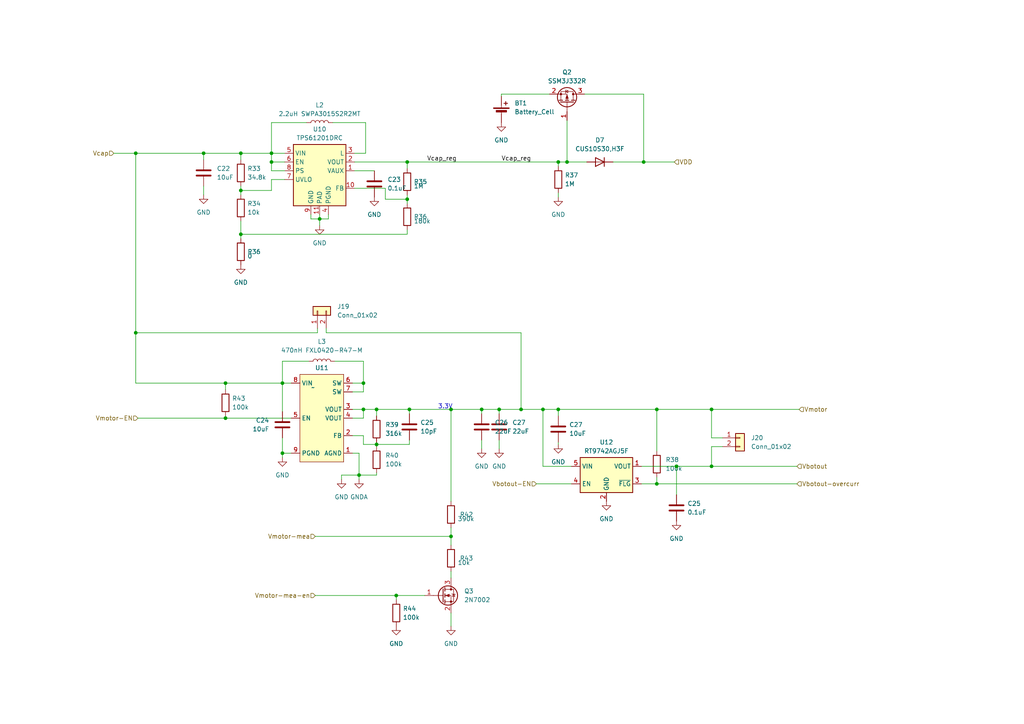
<source format=kicad_sch>
(kicad_sch (version 20230121) (generator eeschema)
  (paper "A4")
  (lib_symbols
    (symbol "Connector_Generic:Conn_01x02" (pin_names (offset 1.016) hide)
      (property "Reference" "J" (at 0 2.54 0))
      (property "Value" "Conn_01x02" (at 0 -5.08 0))
      (symbol "Conn_01x02_1_1"
        (rectangle (start -1.27 -2.413) (end 0 -2.667) (stroke (width 0.1524)))
        (rectangle (start -1.27 0.127) (end 0 -0.127) (stroke (width 0.1524)))
        (rectangle (start -1.27 1.27) (end 1.27 -3.81) (stroke (width 0.254)) (fill (type background)))
        (pin passive line (at -5.08 0 0) (length 3.81) (name "Pin_1") (number "1"))
        (pin passive line (at -5.08 -2.54 0) (length 3.81) (name "Pin_2") (number "2"))
      )
    )
    (symbol "Device:Battery_Cell" (pin_numbers hide) (pin_names (offset 0) hide)
      (property "Reference" "BT" (at 2.54 2.54 0))
      (property "Value" "Battery_Cell" (at 2.54 0 0))
      (symbol "Battery_Cell_0_1"
        (rectangle (start -2.286 1.778) (end 2.286 1.524) (fill (type outline)))
        (rectangle (start -1.524 1.016) (end 1.524 0.508) (fill (type outline)))
        (polyline (pts (xy 0 0.762) (xy 0 0)))
        (polyline (pts (xy 0 1.778) (xy 0 2.54)))
        (polyline (pts (xy 0.762 3.048) (xy 1.778 3.048)) (stroke (width 0.254)))
        (polyline (pts (xy 1.27 3.556) (xy 1.27 2.54)) (stroke (width 0.254)))
      )
      (symbol "Battery_Cell_1_1"
        (pin passive line (at 0 5.08 270) (length 2.54) (name "+") (number "1"))
        (pin passive line (at 0 -2.54 90) (length 2.54) (name "-") (number "2"))
      )
    )
    (symbol "Device:C" (pin_numbers hide) (pin_names (offset 0.254))
      (property "Reference" "C" (at 0.635 2.54 0))
      (property "Value" "C" (at 0.635 -2.54 0))
      (symbol "C_0_1"
        (polyline (pts (xy -2.032 -0.762) (xy 2.032 -0.762)) (stroke (width 0.508)))
        (polyline (pts (xy -2.032 0.762) (xy 2.032 0.762)) (stroke (width 0.508)))
      )
      (symbol "C_1_1"
        (pin passive line (at 0 3.81 270) (length 2.794) (name "~") (number "1"))
        (pin passive line (at 0 -3.81 90) (length 2.794) (name "~") (number "2"))
      )
    )
    (symbol "Device:L" (pin_numbers hide) (pin_names (offset 1.016) hide)
      (property "Reference" "L" (at -1.27 0 90))
      (property "Value" "L" (at 1.905 0 90))
      (symbol "L_0_1"
        (arc (start 0 -2.54) (mid 0.6323 -1.905) (end 0 -1.27))
        (arc (start 0 -1.27) (mid 0.6323 -0.635) (end 0 0))
        (arc (start 0 0) (mid 0.6323 0.635) (end 0 1.27))
        (arc (start 0 1.27) (mid 0.6323 1.905) (end 0 2.54))
      )
      (symbol "L_1_1"
        (pin passive line (at 0 3.81 270) (length 1.27) (name "1") (number "1"))
        (pin passive line (at 0 -3.81 90) (length 1.27) (name "2") (number "2"))
      )
    )
    (symbol "Device:R" (pin_numbers hide) (pin_names (offset 0))
      (property "Reference" "R" (at 2.032 0 90))
      (property "Value" "R" (at 0 0 90))
      (symbol "R_0_1"
        (rectangle (start -1.016 -2.54) (end 1.016 2.54) (stroke (width 0.254)))
      )
      (symbol "R_1_1"
        (pin passive line (at 0 3.81 270) (length 1.27) (name "~") (number "1"))
        (pin passive line (at 0 -3.81 90) (length 1.27) (name "~") (number "2"))
      )
    )
    (symbol "Diode:1N4148WS" (pin_numbers hide) (pin_names hide)
      (property "Reference" "D" (at 0 2.54 0))
      (property "Value" "1N4148WS" (at 0 -2.54 0))
      (symbol "1N4148WS_0_1"
        (polyline (pts (xy -1.27 1.27) (xy -1.27 -1.27)) (stroke (width 0.254)))
        (polyline (pts (xy 1.27 0) (xy -1.27 0)))
        (polyline (pts (xy 1.27 1.27) (xy 1.27 -1.27) (xy -1.27 0) (xy 1.27 1.27)) (stroke (width 0.254)))
      )
      (symbol "1N4148WS_1_1"
        (pin passive line (at -3.81 0 0) (length 2.54) (name "K") (number "1"))
        (pin passive line (at 3.81 0 180) (length 2.54) (name "A") (number "2"))
      )
    )
    (symbol "Power_Management:RT9742AGJ5F"
      (property "Reference" "U" (at 0 10.16 0))
      (property "Value" "RT9742AGJ5F" (at 0 7.62 0))
      (symbol "RT9742AGJ5F_0_1"
        (rectangle (start -7.62 5.08) (end 7.62 -5.08) (stroke (width 0.254)) (fill (type background)))
      )
      (symbol "RT9742AGJ5F_1_1"
        (pin power_out line (at 10.16 2.54 180) (length 2.54) (name "VOUT") (number "1"))
        (pin power_in line (at 0 -7.62 90) (length 2.54) (name "GND") (number "2"))
        (pin open_collector line (at 10.16 -2.54 180) (length 2.54) (name "~{FLG}") (number "3"))
        (pin input line (at -10.16 -2.54 0) (length 2.54) (name "EN") (number "4"))
        (pin power_in line (at -10.16 2.54 0) (length 2.54) (name "VIN") (number "5"))
      )
    )
    (symbol "Regulator_Switching:TPS61201DRC"
      (property "Reference" "U" (at -10.16 8.89 0))
      (property "Value" "TPS61201DRC" (at -2.54 8.89 0))
      (symbol "TPS61201DRC_0_1"
        (rectangle (start -7.62 7.62) (end 7.62 -10.16) (stroke (width 0.254)) (fill (type background)))
      )
      (symbol "TPS61201DRC_1_1"
        (pin bidirectional line (at 10.16 0 180) (length 2.54) (name "VAUX") (number "1"))
        (pin input line (at 10.16 -5.08 180) (length 2.54) (name "FB") (number "10"))
        (pin power_in line (at 0 -12.7 90) (length 2.54) (name "PAD") (number "11"))
        (pin power_out line (at 10.16 2.54 180) (length 2.54) (name "VOUT") (number "2"))
        (pin input line (at 10.16 5.08 180) (length 2.54) (name "L") (number "3"))
        (pin power_in line (at 2.54 -12.7 90) (length 2.54) (name "PGND") (number "4"))
        (pin power_in line (at -10.16 5.08 0) (length 2.54) (name "VIN") (number "5"))
        (pin input line (at -10.16 2.54 0) (length 2.54) (name "EN") (number "6"))
        (pin input line (at -10.16 -2.54 0) (length 2.54) (name "UVLO") (number "7"))
        (pin input line (at -10.16 0 0) (length 2.54) (name "PS") (number "8"))
        (pin power_in line (at -2.54 -12.7 90) (length 2.54) (name "GND") (number "9"))
      )
    )
    (symbol "Transistor_FET:2N7002" (pin_names hide)
      (property "Reference" "Q" (at 5.08 1.905 0))
      (property "Value" "2N7002" (at 5.08 0 0))
      (symbol "2N7002_0_1"
        (polyline (pts (xy 0.254 0) (xy -2.54 0)))
        (polyline (pts (xy 0.254 1.905) (xy 0.254 -1.905)) (stroke (width 0.254)))
        (polyline (pts (xy 0.762 -1.27) (xy 0.762 -2.286)) (stroke (width 0.254)))
        (polyline (pts (xy 0.762 0.508) (xy 0.762 -0.508)) (stroke (width 0.254)))
        (polyline (pts (xy 0.762 2.286) (xy 0.762 1.27)) (stroke (width 0.254)))
        (polyline (pts (xy 2.54 2.54) (xy 2.54 1.778)))
        (polyline (pts (xy 2.54 -2.54) (xy 2.54 0) (xy 0.762 0)))
        (polyline (pts (xy 0.762 -1.778) (xy 3.302 -1.778) (xy 3.302 1.778) (xy 0.762 1.778)))
        (polyline (pts (xy 1.016 0) (xy 2.032 0.381) (xy 2.032 -0.381) (xy 1.016 0)) (fill (type outline)))
        (polyline (pts (xy 2.794 0.508) (xy 2.921 0.381) (xy 3.683 0.381) (xy 3.81 0.254)))
        (polyline (pts (xy 3.302 0.381) (xy 2.921 -0.254) (xy 3.683 -0.254) (xy 3.302 0.381)))
        (circle (center 1.651 0) (radius 2.794) (stroke (width 0.254)))
        (circle (center 2.54 -1.778) (radius 0.254) (fill (type outline)))
        (circle (center 2.54 1.778) (radius 0.254) (fill (type outline)))
      )
      (symbol "2N7002_1_1"
        (pin input line (at -5.08 0 0) (length 2.54) (name "G") (number "1"))
        (pin passive line (at 2.54 -5.08 90) (length 2.54) (name "S") (number "2"))
        (pin passive line (at 2.54 5.08 270) (length 2.54) (name "D") (number "3"))
      )
    )
    (symbol "Transistor_FET:FDN340P" (pin_names hide)
      (property "Reference" "Q" (at 5.08 1.905 0))
      (property "Value" "FDN340P" (at 5.08 0 0))
      (symbol "FDN340P_0_1"
        (polyline (pts (xy 0.254 0) (xy -2.54 0)))
        (polyline (pts (xy 0.254 1.905) (xy 0.254 -1.905)) (stroke (width 0.254)))
        (polyline (pts (xy 0.762 -1.27) (xy 0.762 -2.286)) (stroke (width 0.254)))
        (polyline (pts (xy 0.762 0.508) (xy 0.762 -0.508)) (stroke (width 0.254)))
        (polyline (pts (xy 0.762 2.286) (xy 0.762 1.27)) (stroke (width 0.254)))
        (polyline (pts (xy 2.54 2.54) (xy 2.54 1.778)))
        (polyline (pts (xy 2.54 -2.54) (xy 2.54 0) (xy 0.762 0)))
        (polyline (pts (xy 0.762 1.778) (xy 3.302 1.778) (xy 3.302 -1.778) (xy 0.762 -1.778)))
        (polyline (pts (xy 2.286 0) (xy 1.27 0.381) (xy 1.27 -0.381) (xy 2.286 0)) (fill (type outline)))
        (polyline (pts (xy 2.794 -0.508) (xy 2.921 -0.381) (xy 3.683 -0.381) (xy 3.81 -0.254)))
        (polyline (pts (xy 3.302 -0.381) (xy 2.921 0.254) (xy 3.683 0.254) (xy 3.302 -0.381)))
        (circle (center 1.651 0) (radius 2.794) (stroke (width 0.254)))
        (circle (center 2.54 -1.778) (radius 0.254) (fill (type outline)))
        (circle (center 2.54 1.778) (radius 0.254) (fill (type outline)))
      )
      (symbol "FDN340P_1_1"
        (pin input line (at -5.08 0 0) (length 2.54) (name "G") (number "1"))
        (pin passive line (at 2.54 -5.08 90) (length 2.54) (name "S") (number "2"))
        (pin passive line (at 2.54 5.08 270) (length 2.54) (name "D") (number "3"))
      )
    )
    (symbol "boost-TPS61021A_1"
      (property "Reference" "U" (at 0 13.97 0))
      (symbol "boost-TPS61021A_1_1_1"
        (rectangle (start -6.35 12.7) (end 6.35 -12.7) (fill (type background)))
        (pin input line (at 8.89 -10.16 180) (length 2.54) (name "AGND") (number "1"))
        (pin input line (at 8.89 -5.08 180) (length 2.54) (name "FB") (number "2"))
        (pin power_out line (at 8.89 2.54 180) (length 2.54) (name "VOUT") (number "3"))
        (pin power_out line (at 8.89 0 180) (length 2.54) (name "VOUT") (number "4"))
        (pin input line (at -8.89 0 0) (length 2.54) (name "EN") (number "5"))
        (pin power_out line (at 8.89 10.16 180) (length 2.54) (name "SW") (number "6"))
        (pin power_out line (at 8.89 7.62 180) (length 2.54) (name "SW") (number "7"))
        (pin power_in line (at -8.89 10.16 0) (length 2.54) (name "VIN") (number "8"))
        (pin power_in line (at -8.89 -10.16 0) (length 2.54) (name "PGND") (number "9"))
      )
    )
    (symbol "power:GND" (power) (pin_names (offset 0))
      (property "Value" "GND" (at 0 -3.81 0))
      (symbol "GND_0_1"
        (polyline (pts (xy 0 0) (xy 0 -1.27) (xy 1.27 -1.27) (xy 0 -2.54) (xy -1.27 -1.27) (xy 0 -1.27)))
      )
      (symbol "GND_1_1"
        (pin power_in line (at 0 0 270) (length 0) hide (name "GND") (number "1"))
      )
    )
    (symbol "power:GNDA" (power) (pin_names (offset 0))
      (property "Value" "GNDA" (at 0 -3.81 0))
      (symbol "GNDA_0_1"
        (polyline (pts (xy 0 0) (xy 0 -1.27) (xy 1.27 -1.27) (xy 0 -2.54) (xy -1.27 -1.27) (xy 0 -1.27)))
      )
      (symbol "GNDA_1_1"
        (pin power_in line (at 0 0 270) (length 0) hide (name "GNDA") (number "1"))
      )
    )
  )
  (junction (at 118.11 57.785))
  (junction (at 109.22 118.745))
  (junction (at 105.41 118.745))
  (junction (at 65.405 121.285))
  (junction (at 39.37 96.52))
  (junction (at 206.375 135.255))
  (junction (at 104.14 137.795))
  (junction (at 157.48 118.745))
  (junction (at 81.915 131.445))
  (junction (at 118.11 46.99))
  (junction (at 161.925 118.745))
  (junction (at 151.13 118.745))
  (junction (at 190.5 140.335))
  (junction (at 144.78 118.745))
  (junction (at 105.41 111.125))
  (junction (at 65.405 111.125))
  (junction (at 206.375 118.745))
  (junction (at 186.69 46.99))
  (junction (at 59.055 44.45))
  (junction (at 130.81 155.575))
  (junction (at 69.85 55.245))
  (junction (at 81.915 111.125))
  (junction (at 69.85 44.45))
  (junction (at 139.7 118.745))
  (junction (at 109.22 128.905))
  (junction (at 196.215 135.255))
  (junction (at 118.745 118.745))
  (junction (at 78.74 44.45))
  (junction (at 78.74 46.99))
  (junction (at 114.935 172.72))
  (junction (at 130.81 118.745))
  (junction (at 92.71 63.5))
  (junction (at 161.925 46.99))
  (junction (at 69.85 67.945))
  (junction (at 164.465 46.99))
  (junction (at 39.37 44.45))
  (junction (at 190.5 118.745))
  (wire (pts (xy 78.74 49.53) (xy 78.74 46.99)))
  (wire (pts (xy 81.915 104.775) (xy 81.915 111.125)))
  (wire (pts (xy 130.81 118.745) (xy 139.7 118.745)))
  (wire (pts (xy 99.06 137.795) (xy 104.14 137.795)))
  (wire (pts (xy 69.85 67.945) (xy 69.85 69.215)))
  (wire (pts (xy 94.615 95.25) (xy 94.615 96.52)))
  (wire (pts (xy 144.78 130.175) (xy 144.78 127.635)))
  (wire (pts (xy 92.71 63.5) (xy 92.71 65.405)))
  (wire (pts (xy 177.8 46.99) (xy 186.69 46.99)))
  (wire (pts (xy 109.22 128.905) (xy 109.22 129.54)))
  (wire (pts (xy 206.375 135.255) (xy 231.14 135.255)))
  (wire (pts (xy 186.69 27.305) (xy 186.69 46.99)))
  (wire (pts (xy 118.11 46.99) (xy 161.925 46.99)))
  (wire (pts (xy 118.11 57.785) (xy 118.11 59.055)))
  (wire (pts (xy 118.11 46.99) (xy 118.11 48.895)))
  (wire (pts (xy 151.13 96.52) (xy 151.13 118.745)))
  (wire (pts (xy 105.41 126.365) (xy 105.41 128.905)))
  (wire (pts (xy 209.55 127) (xy 206.375 127)))
  (wire (pts (xy 82.55 46.99) (xy 78.74 46.99)))
  (wire (pts (xy 96.52 35.56) (xy 106.045 35.56)))
  (wire (pts (xy 105.41 121.285) (xy 105.41 118.745)))
  (wire (pts (xy 111.76 54.61) (xy 111.76 57.785)))
  (wire (pts (xy 102.87 46.99) (xy 118.11 46.99)))
  (wire (pts (xy 105.41 111.125) (xy 105.41 104.775)))
  (wire (pts (xy 102.235 131.445) (xy 104.14 131.445)))
  (wire (pts (xy 65.405 111.125) (xy 65.405 113.03)))
  (wire (pts (xy 190.5 118.745) (xy 206.375 118.745)))
  (wire (pts (xy 106.045 44.45) (xy 102.87 44.45)))
  (wire (pts (xy 145.415 27.94) (xy 145.415 27.305)))
  (wire (pts (xy 81.915 111.125) (xy 81.915 119.38)))
  (wire (pts (xy 155.575 140.335) (xy 165.735 140.335)))
  (wire (pts (xy 165.735 135.255) (xy 157.48 135.255)))
  (wire (pts (xy 102.235 121.285) (xy 105.41 121.285)))
  (wire (pts (xy 164.465 34.925) (xy 164.465 46.99)))
  (wire (pts (xy 102.87 54.61) (xy 111.76 54.61)))
  (wire (pts (xy 206.375 118.745) (xy 231.775 118.745)))
  (wire (pts (xy 109.22 137.795) (xy 104.14 137.795)))
  (wire (pts (xy 65.405 111.125) (xy 81.915 111.125)))
  (wire (pts (xy 82.55 49.53) (xy 78.74 49.53)))
  (wire (pts (xy 144.78 118.745) (xy 151.13 118.745)))
  (wire (pts (xy 94.615 96.52) (xy 151.13 96.52)))
  (wire (pts (xy 102.235 111.125) (xy 105.41 111.125)))
  (wire (pts (xy 139.7 118.745) (xy 144.78 118.745)))
  (wire (pts (xy 118.745 118.745) (xy 130.81 118.745)))
  (wire (pts (xy 65.405 121.285) (xy 65.405 120.65)))
  (wire (pts (xy 78.74 55.245) (xy 69.85 55.245)))
  (wire (pts (xy 69.85 53.975) (xy 69.85 55.245)))
  (wire (pts (xy 130.81 118.745) (xy 130.81 145.415)))
  (wire (pts (xy 65.405 121.285) (xy 84.455 121.285)))
  (wire (pts (xy 114.935 172.72) (xy 114.935 173.99)))
  (wire (pts (xy 33.02 44.45) (xy 39.37 44.45)))
  (wire (pts (xy 69.85 64.135) (xy 69.85 67.945)))
  (wire (pts (xy 105.41 104.775) (xy 97.155 104.775)))
  (wire (pts (xy 114.935 172.72) (xy 123.19 172.72)))
  (wire (pts (xy 145.415 27.305) (xy 159.385 27.305)))
  (wire (pts (xy 109.22 128.905) (xy 118.745 128.905)))
  (wire (pts (xy 161.925 46.99) (xy 164.465 46.99)))
  (wire (pts (xy 109.22 128.27) (xy 109.22 128.905)))
  (wire (pts (xy 161.925 46.99) (xy 161.925 48.26)))
  (wire (pts (xy 157.48 118.745) (xy 161.925 118.745)))
  (wire (pts (xy 118.745 118.745) (xy 118.745 120.015)))
  (wire (pts (xy 104.14 137.795) (xy 104.14 139.065)))
  (wire (pts (xy 99.06 139.065) (xy 99.06 137.795)))
  (wire (pts (xy 144.78 118.745) (xy 144.78 120.015)))
  (wire (pts (xy 81.915 131.445) (xy 81.915 132.715)))
  (wire (pts (xy 81.915 127) (xy 81.915 131.445)))
  (wire (pts (xy 130.81 155.575) (xy 130.81 158.115)))
  (wire (pts (xy 69.85 67.945) (xy 118.11 67.945)))
  (wire (pts (xy 139.7 130.175) (xy 139.7 127.635)))
  (wire (pts (xy 102.235 113.665) (xy 105.41 113.665)))
  (wire (pts (xy 130.81 167.64) (xy 130.81 165.735)))
  (wire (pts (xy 209.55 129.54) (xy 206.375 129.54)))
  (wire (pts (xy 169.545 27.305) (xy 186.69 27.305)))
  (wire (pts (xy 109.22 118.745) (xy 118.745 118.745)))
  (wire (pts (xy 157.48 135.255) (xy 157.48 118.745)))
  (wire (pts (xy 81.915 111.125) (xy 84.455 111.125)))
  (wire (pts (xy 92.075 95.25) (xy 92.075 96.52)))
  (wire (pts (xy 104.14 131.445) (xy 104.14 137.795)))
  (wire (pts (xy 40.005 121.285) (xy 65.405 121.285)))
  (wire (pts (xy 39.37 44.45) (xy 39.37 96.52)))
  (wire (pts (xy 161.925 57.15) (xy 161.925 55.88)))
  (wire (pts (xy 161.925 118.745) (xy 190.5 118.745)))
  (wire (pts (xy 59.055 46.355) (xy 59.055 44.45)))
  (wire (pts (xy 130.81 153.035) (xy 130.81 155.575)))
  (wire (pts (xy 118.745 128.905) (xy 118.745 127.635)))
  (wire (pts (xy 106.045 35.56) (xy 106.045 44.45)))
  (wire (pts (xy 190.5 118.745) (xy 190.5 130.81)))
  (wire (pts (xy 82.55 52.07) (xy 78.74 52.07)))
  (wire (pts (xy 206.375 127) (xy 206.375 118.745)))
  (wire (pts (xy 105.41 113.665) (xy 105.41 111.125)))
  (wire (pts (xy 111.76 57.785) (xy 118.11 57.785)))
  (wire (pts (xy 190.5 140.335) (xy 190.5 138.43)))
  (wire (pts (xy 89.535 104.775) (xy 81.915 104.775)))
  (wire (pts (xy 186.69 46.99) (xy 195.58 46.99)))
  (wire (pts (xy 91.44 172.72) (xy 114.935 172.72)))
  (wire (pts (xy 109.22 137.795) (xy 109.22 137.16)))
  (wire (pts (xy 206.375 129.54) (xy 206.375 135.255)))
  (wire (pts (xy 105.41 128.905) (xy 109.22 128.905)))
  (wire (pts (xy 78.74 52.07) (xy 78.74 55.245)))
  (wire (pts (xy 109.22 118.745) (xy 109.22 120.65)))
  (wire (pts (xy 78.74 46.99) (xy 78.74 44.45)))
  (wire (pts (xy 90.17 62.23) (xy 90.17 63.5)))
  (wire (pts (xy 190.5 140.335) (xy 231.14 140.335)))
  (wire (pts (xy 196.215 135.255) (xy 206.375 135.255)))
  (wire (pts (xy 102.235 118.745) (xy 105.41 118.745)))
  (wire (pts (xy 161.925 118.745) (xy 161.925 120.65)))
  (wire (pts (xy 78.74 44.45) (xy 82.55 44.45)))
  (wire (pts (xy 90.17 63.5) (xy 92.71 63.5)))
  (wire (pts (xy 39.37 96.52) (xy 92.075 96.52)))
  (wire (pts (xy 59.055 44.45) (xy 69.85 44.45)))
  (wire (pts (xy 102.235 126.365) (xy 105.41 126.365)))
  (wire (pts (xy 164.465 46.99) (xy 170.18 46.99)))
  (wire (pts (xy 118.11 56.515) (xy 118.11 57.785)))
  (wire (pts (xy 39.37 44.45) (xy 59.055 44.45)))
  (wire (pts (xy 196.215 135.255) (xy 196.215 143.51)))
  (wire (pts (xy 91.44 155.575) (xy 130.81 155.575)))
  (wire (pts (xy 81.915 131.445) (xy 84.455 131.445)))
  (wire (pts (xy 130.81 181.61) (xy 130.81 177.8)))
  (wire (pts (xy 59.055 56.515) (xy 59.055 53.975)))
  (wire (pts (xy 105.41 118.745) (xy 109.22 118.745)))
  (wire (pts (xy 118.11 67.945) (xy 118.11 66.675)))
  (wire (pts (xy 69.85 44.45) (xy 78.74 44.45)))
  (wire (pts (xy 95.25 62.23) (xy 95.25 63.5)))
  (wire (pts (xy 39.37 111.125) (xy 65.405 111.125)))
  (wire (pts (xy 92.71 62.23) (xy 92.71 63.5)))
  (wire (pts (xy 78.74 35.56) (xy 78.74 44.45)))
  (wire (pts (xy 88.9 35.56) (xy 78.74 35.56)))
  (wire (pts (xy 102.87 49.53) (xy 108.585 49.53)))
  (wire (pts (xy 161.925 128.27) (xy 161.925 128.905)))
  (wire (pts (xy 69.85 55.245) (xy 69.85 56.515)))
  (wire (pts (xy 151.13 118.745) (xy 157.48 118.745)))
  (wire (pts (xy 139.7 118.745) (xy 139.7 120.015)))
  (wire (pts (xy 186.055 140.335) (xy 190.5 140.335)))
  (wire (pts (xy 69.85 44.45) (xy 69.85 46.355)))
  (wire (pts (xy 39.37 96.52) (xy 39.37 111.125)))
  (wire (pts (xy 95.25 63.5) (xy 92.71 63.5)))
  (wire (pts (xy 186.055 135.255) (xy 196.215 135.255)))
  (text "3.3V\n" (at 127 118.745 0) (effects (font (size 1.27 1.27)) (justify left bottom)))
  (label "Vcap_reg" (at 145.415 46.99 0))
  (label "Vcap_reg" (at 123.825 46.99 0))
  (hierarchical_label "Vmotor-mea-en" (shape input) (at 91.44 172.72 180))
  (hierarchical_label "Vmotor-EN" (shape input) (at 40.005 121.285 180))
  (hierarchical_label "Vbotout-EN" (shape input) (at 155.575 140.335 180))
  (hierarchical_label "VDD" (shape input) (at 195.58 46.99 0))
  (hierarchical_label "Vcap" (shape input) (at 33.02 44.45 180))
  (hierarchical_label "Vbotout-overcurr" (shape input) (at 231.14 140.335 0))
  (hierarchical_label "Vmotor" (shape input) (at 231.775 118.745 0))
  (hierarchical_label "Vbotout" (shape input) (at 231.14 135.255 0))
  (hierarchical_label "Vmotor-mea" (shape input) (at 91.44 155.575 180))
  (symbol (lib_id "power:GND") (at 139.7 130.175 0) (unit 1)
    (property "Reference" "#PWR040" (effects hide))
    (property "Value" "GND" (at 139.7 135.255 0))
    (instances (project "nullbot" (path "" (reference "#PWR040") (unit 1)) (path "" (reference "#PWR082") (unit 1)) (path "" (reference "#PWR081") (unit 1))))
  )
  (symbol (lib_id "power:GND") (at 59.055 56.515 0) (unit 1)
    (property "Reference" "#PWR040" (effects hide))
    (property "Value" "GND" (at 59.055 61.595 0))
    (instances (project "nullbot" (path "" (reference "#PWR040") (unit 1)) (path "" (reference "#PWR066") (unit 1)) (path "" (reference "#PWR040") (unit 1))))
  )
  (symbol (lib_id "Device:C") (at 118.745 123.825 180) (unit 1)
    (property "Reference" "C25" (at 121.92 122.555 0) (effects (justify right)))
    (property "Value" "10pF" (at 121.92 125.095 0) (effects (justify right)))
    (property "Footprint" "Capacitor_SMD:C_0603_1608Metric" (effects hide))
  )
  (symbol (lib_id "Connector_Generic:Conn_01x02") (at 214.63 127 0) (unit 1)
    (property "Reference" "J20" (at 217.805 127 0) (effects (justify left)))
    (property "Value" "Conn_01x02" (at 217.805 129.54 0) (effects (justify left)))
    (property "Footprint" "Connector_PinHeader_2.54mm:PinHeader_1x02_P2.54mm_Vertical" (effects hide))
  )
  (symbol (lib_id "Device:L") (at 92.71 35.56 90) (unit 1)
    (property "Reference" "L2" (at 92.71 30.48 90))
    (property "Value" "2.2uH SWPA3015S2R2MT" (at 92.71 33.02 90))
    (property "Footprint" "Inductor_SMD:L_Abracon_ASPI-3012S" (effects hide))
    (property "Datasheet" "SWPA3015S2R2MT" (effects hide))
  )
  (symbol (lib_id "power:GND") (at 130.81 181.61 0) (unit 1)
    (property "Reference" "#PWR040" (effects hide))
    (property "Value" "GND" (at 130.81 186.69 0))
    (instances (project "nullbot" (path "" (reference "#PWR040") (unit 1)) (path "" (reference "#PWR084") (unit 1)) (path "" (reference "#PWR099") (unit 1))))
  )
  (symbol (lib_id "Device:C") (at 81.915 123.19 0) (mirror y) (unit 1)
    (property "Reference" "C24" (at 78.105 121.92 0) (effects (justify left)))
    (property "Value" "10uF" (at 78.105 124.46 0) (effects (justify left)))
    (property "Footprint" "Capacitor_SMD:C_0805_2012Metric" (effects hide))
  )
  (symbol (lib_id "Device:C") (at 161.925 124.46 0) (unit 1)
    (property "Reference" "C27" (at 165.1 123.19 0) (effects (justify left)))
    (property "Value" "10uF" (at 165.1 125.73 0) (effects (justify left)))
    (property "Footprint" "Capacitor_SMD:C_0805_2012Metric" (effects hide))
    (instances (project "nullbot" (path "" (reference "C27") (unit 1)) (path "" (reference "C30") (unit 1))))
  )
  (symbol (lib_id "power:GND") (at 161.925 128.905 0) (unit 1)
    (property "Reference" "#PWR040" (effects hide))
    (property "Value" "GND" (at 161.925 133.985 0))
    (instances (project "nullbot" (path "" (reference "#PWR040") (unit 1)) (path "" (reference "#PWR083") (unit 1)) (path "" (reference "#PWR0108") (unit 1))))
  )
  (symbol (lib_id "Device:C") (at 108.585 53.34 180) (unit 1)
    (property "Reference" "C23" (at 112.395 52.07 0) (effects (justify right)))
    (property "Value" "0.1uF" (at 112.395 54.61 0) (effects (justify right)))
    (property "Footprint" "Capacitor_SMD:C_0603_1608Metric" (effects hide))
  )
  (symbol (lib_id "Transistor_FET:FDN340P") (at 164.465 29.845 270) (mirror x) (unit 1)
    (property "Reference" "Q2" (at 164.465 20.955 90))
    (property "Value" "SSM3J332R" (at 164.465 23.495 90))
    (property "Footprint" "Package_TO_SOT_SMD:SOT-23" (effects hide))
    (property "Datasheet" "https://www.onsemi.com/pub/Collateral/FDN340P-D.PDF" (effects hide))
  )
  (symbol (lib_id "Diode:1N4148WS") (at 173.99 46.99 180) (unit 1)
    (property "Reference" "D7" (at 173.99 40.64 0))
    (property "Value" "CUS10S30,H3F" (at 173.99 43.18 0))
    (property "Footprint" "Diode_SMD:D_SOD-323" (effects hide))
    (property "Datasheet" "https://www.vishay.com/docs/85751/1n4148ws.pdf" (effects hide))
    (property "Sim.Device" "D" (effects hide))
    (property "Sim.Pins" "1=K 2=A" (effects hide))
    (instances (project "nullbot" (path "" (reference "D7") (unit 1)) (path "" (reference "D6") (unit 1))))
  )
  (symbol (lib_id "Device:C") (at 59.055 50.165 0) (unit 1)
    (property "Reference" "C22" (at 62.865 48.895 0) (effects (justify left)))
    (property "Value" "10uF" (at 62.865 51.435 0) (effects (justify left)))
    (property "Footprint" "Capacitor_SMD:C_0805_2012Metric" (effects hide))
  )
  (symbol (lib_id "Device:C") (at 144.78 123.825 0) (unit 1)
    (property "Reference" "C27" (at 148.59 122.555 0) (effects (justify left)))
    (property "Value" "22uF" (at 148.59 125.095 0) (effects (justify left)))
    (property "Footprint" "Capacitor_SMD:C_0805_2012Metric" (effects hide))
  )
  (symbol (lib_id "Device:R") (at 118.11 52.705 0) (unit 1)
    (property "Reference" "R35" (at 120.015 52.705 0) (effects (justify left)))
    (property "Value" "1M" (at 120.015 53.975 0) (effects (justify left)))
    (property "Footprint" "Resistor_SMD:R_0603_1608Metric" (effects hide))
  )
  (symbol (lib_id "power:GND") (at 108.585 57.15 0) (unit 1)
    (property "Reference" "#PWR040" (effects hide))
    (property "Value" "GND" (at 108.585 62.23 0))
    (instances (project "nullbot" (path "" (reference "#PWR040") (unit 1)) (path "" (reference "#PWR068") (unit 1)) (path "" (reference "#PWR069") (unit 1))))
  )
  (symbol (lib_id "Device:R") (at 69.85 50.165 0) (unit 1)
    (property "Reference" "R33" (at 71.755 48.895 0) (effects (justify left)))
    (property "Value" "34.8k" (at 71.755 51.435 0) (effects (justify left)))
    (property "Footprint" "Resistor_SMD:R_0603_1608Metric" (effects hide))
  )
  (symbol (lib_id "Device:C") (at 139.7 123.825 0) (unit 1)
    (property "Reference" "C26" (at 143.51 122.555 0) (effects (justify left)))
    (property "Value" "22uF" (at 143.51 125.095 0) (effects (justify left)))
    (property "Footprint" "Capacitor_SMD:C_0805_2012Metric" (effects hide))
  )
  (symbol (lib_id "power:GND") (at 175.895 145.415 0) (unit 1)
    (property "Reference" "#PWR040" (effects hide))
    (property "Value" "GND" (at 175.895 150.495 0))
    (instances (project "nullbot" (path "" (reference "#PWR040") (unit 1)) (path "" (reference "#PWR079") (unit 1)) (path "" (reference "#PWR083") (unit 1))))
  )
  (symbol (lib_id "Device:R") (at 114.935 177.8 0) (unit 1)
    (property "Reference" "R44" (at 116.84 176.53 0) (effects (justify left)))
    (property "Value" "100k" (at 116.84 179.07 0) (effects (justify left)))
    (property "Footprint" "Resistor_SMD:R_0603_1608Metric" (effects hide))
    (instances (project "nullbot" (path "" (reference "R44") (unit 1)) (path "" (reference "R48") (unit 1))))
  )
  (symbol (lib_id "Device:R") (at 109.22 124.46 0) (unit 1)
    (property "Reference" "R39" (at 111.76 123.19 0) (effects (justify left)))
    (property "Value" "316k" (at 111.76 125.73 0) (effects (justify left)))
    (property "Footprint" "Resistor_SMD:R_0603_1608Metric" (effects hide))
  )
  (symbol (lib_id "power:GND") (at 144.78 130.175 0) (unit 1)
    (property "Reference" "#PWR040" (effects hide))
    (property "Value" "GND" (at 144.78 135.255 0))
    (instances (project "nullbot" (path "" (reference "#PWR040") (unit 1)) (path "" (reference "#PWR083") (unit 1)) (path "" (reference "#PWR082") (unit 1))))
  )
  (symbol (lib_name "boost-TPS61021A_1") (lib_id "Fan_pwr:boost-TPS61021A") (at 93.345 121.285 0) (unit 1)
    (property "Reference" "U11" (at 93.3644 106.68 0))
    (property "Value" "~" (at 90.805 112.395 0))
    (property "Footprint" "Package_SON:WSON-8-1EP_2x2mm_P0.5mm_EP0.9x1.6mm_ThermalVias" (effects hide))
  )
  (symbol (lib_id "power:GND") (at 92.71 65.405 0) (unit 1)
    (property "Reference" "#PWR040" (effects hide))
    (property "Value" "GND" (at 92.71 70.485 0))
    (instances (project "nullbot" (path "" (reference "#PWR040") (unit 1)) (path "" (reference "#PWR070") (unit 1)) (path "" (reference "#PWR067") (unit 1))))
  )
  (symbol (lib_id "power:GNDA") (at 104.14 139.065 0) (unit 1)
    (property "Reference" "#PWR080" (effects hide))
    (property "Value" "GNDA" (at 104.14 144.145 0))
  )
  (symbol (lib_id "Device:R") (at 130.81 149.225 0) (unit 1)
    (property "Reference" "R42" (at 133.35 149.225 0) (effects (justify left)))
    (property "Value" "390k" (at 132.715 150.495 0) (effects (justify left)))
    (property "Footprint" "Resistor_SMD:R_0603_1608Metric" (effects hide))
    (instances (project "nullbot" (path "" (reference "R42") (unit 1)) (path "" (reference "R49") (unit 1))))
  )
  (symbol (lib_id "Device:R") (at 130.81 161.925 0) (unit 1)
    (property "Reference" "R43" (at 133.35 161.925 0) (effects (justify left)))
    (property "Value" "10k" (at 132.715 163.195 0) (effects (justify left)))
    (property "Footprint" "Resistor_SMD:R_0603_1608Metric" (effects hide))
    (instances (project "nullbot" (path "" (reference "R43") (unit 1)) (path "" (reference "R50") (unit 1))))
  )
  (symbol (lib_id "Connector_Generic:Conn_01x02") (at 92.075 90.17 90) (unit 1)
    (property "Reference" "J19" (at 97.79 88.9 90) (effects (justify right)))
    (property "Value" "Conn_01x02" (at 97.79 91.44 90) (effects (justify right)))
    (property "Footprint" "Connector_PinHeader_2.54mm:PinHeader_1x02_P2.54mm_Vertical" (effects hide))
  )
  (symbol (lib_id "Device:R") (at 65.405 116.84 0) (unit 1)
    (property "Reference" "R43" (at 67.31 115.57 0) (effects (justify left)))
    (property "Value" "100k" (at 67.31 118.11 0) (effects (justify left)))
    (property "Footprint" "Resistor_SMD:R_0603_1608Metric" (effects hide))
    (instances (project "nullbot" (path "" (reference "R43") (unit 1)) (path "" (reference "R38") (unit 1))))
  )
  (symbol (lib_id "power:GND") (at 161.925 57.15 0) (unit 1)
    (property "Reference" "#PWR040" (effects hide))
    (property "Value" "GND" (at 161.925 62.23 0))
    (instances (project "nullbot" (path "" (reference "#PWR040") (unit 1)) (path "" (reference "#PWR071") (unit 1)) (path "" (reference "#PWR071") (unit 1))))
  )
  (symbol (lib_id "power:GND") (at 114.935 181.61 0) (unit 1)
    (property "Reference" "#PWR040" (effects hide))
    (property "Value" "GND" (at 114.935 186.69 0))
    (instances (project "nullbot" (path "" (reference "#PWR040") (unit 1)) (path "" (reference "#PWR085") (unit 1)) (path "" (reference "#PWR098") (unit 1))))
  )
  (symbol (lib_id "power:GND") (at 196.215 151.13 0) (unit 1)
    (property "Reference" "#PWR040" (effects hide))
    (property "Value" "GND" (at 196.215 156.21 0))
    (instances (project "nullbot" (path "" (reference "#PWR040") (unit 1)) (path "" (reference "#PWR079") (unit 1)) (path "" (reference "#PWR0109") (unit 1))))
  )
  (symbol (lib_id "Transistor_FET:2N7002") (at 128.27 172.72 0) (unit 1)
    (property "Reference" "Q3" (at 134.62 171.45 0) (effects (justify left)))
    (property "Value" "2N7002" (at 134.62 173.99 0) (effects (justify left)))
    (property "Footprint" "Package_TO_SOT_SMD:SOT-23" (effects hide))
    (property "Datasheet" "https://www.onsemi.com/pub/Collateral/NDS7002A-D.PDF" (effects hide))
    (instances (project "nullbot" (path "" (reference "Q3") (unit 1)) (path "" (reference "Q5") (unit 1))))
  )
  (symbol (lib_id "power:GND") (at 99.06 139.065 0) (unit 1)
    (property "Reference" "#PWR040" (effects hide))
    (property "Value" "GND" (at 99.06 144.145 0))
    (instances (project "nullbot" (path "" (reference "#PWR040") (unit 1)) (path "" (reference "#PWR078") (unit 1)) (path "" (reference "#PWR070") (unit 1))))
  )
  (symbol (lib_id "Device:R") (at 118.11 62.865 0) (unit 1)
    (property "Reference" "R36" (at 120.015 62.865 0) (effects (justify left)))
    (property "Value" "180k" (at 120.015 64.135 0) (effects (justify left)))
    (property "Footprint" "Resistor_SMD:R_0603_1608Metric" (effects hide))
  )
  (symbol (lib_id "Power_Management:RT9742AGJ5F") (at 175.895 137.795 0) (unit 1)
    (property "Reference" "U12" (at 175.895 128.27 0))
    (property "Value" "RT9742AGJ5F" (at 175.895 130.81 0))
    (property "Footprint" "Package_TO_SOT_SMD:TSOT-23-5" (effects hide))
    (property "Datasheet" "https://www.richtek.com/assets/product_file/RT9742/DS9742-10.pdf" (effects hide))
  )
  (symbol (lib_id "Device:L") (at 93.345 104.775 90) (unit 1)
    (property "Reference" "L3" (at 93.345 99.06 90))
    (property "Value" "470nH FXL0420-R47-M" (at 93.345 101.6 90))
    (property "Footprint" "Inductor_SMD:L_Sunlord_MWSA0412S" (effects hide))
    (property "Datasheet" "FXL0420-R47-M" (effects hide))
  )
  (symbol (lib_id "power:GND") (at 69.85 76.835 0) (unit 1)
    (property "Reference" "#PWR040" (effects hide))
    (property "Value" "GND" (at 69.85 81.915 0))
    (instances (project "nullbot" (path "" (reference "#PWR040") (unit 1)) (path "" (reference "#PWR070") (unit 1)) (path "" (reference "#PWR066") (unit 1))))
  )
  (symbol (lib_id "Device:R") (at 190.5 134.62 0) (unit 1)
    (property "Reference" "R38" (at 193.04 133.35 0) (effects (justify left)))
    (property "Value" "100k" (at 193.04 135.89 0) (effects (justify left)))
    (property "Footprint" "Resistor_SMD:R_0603_1608Metric" (effects hide))
    (instances (project "nullbot" (path "" (reference "R38") (unit 1)) (path "" (reference "R41") (unit 1))))
  )
  (symbol (lib_id "Device:Battery_Cell") (at 145.415 33.02 0) (unit 1)
    (property "Reference" "BT1" (at 149.225 29.9085 0) (effects (justify left)))
    (property "Value" "Battery_Cell" (at 149.225 32.4485 0) (effects (justify left)))
    (property "Footprint" "Battery:BatteryHolder_Keystone_1058_1x2032" (effects hide))
  )
  (symbol (lib_id "power:GND") (at 81.915 132.715 0) (unit 1)
    (property "Reference" "#PWR040" (effects hide))
    (property "Value" "GND" (at 81.915 137.795 0))
    (instances (project "nullbot" (path "" (reference "#PWR040") (unit 1)) (path "" (reference "#PWR078") (unit 1)) (path "" (reference "#PWR079") (unit 1))))
  )
  (symbol (lib_id "Device:C") (at 196.215 147.32 180) (unit 1)
    (property "Reference" "C25" (at 199.39 146.05 0) (effects (justify right)))
    (property "Value" "0.1uF" (at 199.39 148.59 0) (effects (justify right)))
    (property "Footprint" "Capacitor_SMD:C_0603_1608Metric" (effects hide))
    (instances (project "nullbot" (path "" (reference "C25") (unit 1)) (path "" (reference "C31") (unit 1))))
  )
  (symbol (lib_id "Device:R") (at 69.85 60.325 0) (unit 1)
    (property "Reference" "R34" (at 71.755 59.055 0) (effects (justify left)))
    (property "Value" "10k" (at 71.755 61.595 0) (effects (justify left)))
    (property "Footprint" "Resistor_SMD:R_0603_1608Metric" (effects hide))
  )
  (symbol (lib_id "Device:R") (at 69.85 73.025 0) (unit 1)
    (property "Reference" "R36" (at 71.755 73.025 0) (effects (justify left)))
    (property "Value" "0" (at 71.755 74.295 0) (effects (justify left)))
    (property "Footprint" "Resistor_SMD:R_0603_1608Metric" (effects hide))
    (instances (project "nullbot" (path "" (reference "R36") (unit 1)) (path "" (reference "R68") (unit 1))))
  )
  (symbol (lib_id "power:GND") (at 145.415 35.56 0) (unit 1)
    (property "Reference" "#PWR040" (effects hide))
    (property "Value" "GND" (at 145.415 40.64 0))
    (instances (project "nullbot" (path "" (reference "#PWR040") (unit 1)) (path "" (reference "#PWR040") (unit 1)) (path "" (reference "#PWR068") (unit 1))))
  )
  (symbol (lib_id "Device:R") (at 109.22 133.35 0) (unit 1)
    (property "Reference" "R40" (at 111.76 132.08 0) (effects (justify left)))
    (property "Value" "100k" (at 111.76 134.62 0) (effects (justify left)))
    (property "Footprint" "Resistor_SMD:R_0603_1608Metric" (effects hide))
  )
  (symbol (lib_id "Device:R") (at 161.925 52.07 0) (unit 1)
    (property "Reference" "R37" (at 163.83 50.8 0) (effects (justify left)))
    (property "Value" "1M" (at 163.83 53.34 0) (effects (justify left)))
    (property "Footprint" "Resistor_SMD:R_0603_1608Metric" (effects hide))
  )
  (symbol (lib_id "Regulator_Switching:TPS61201DRC") (at 92.71 49.53 0) (unit 1)
    (property "Reference" "U10" (at 92.71 37.465 0))
    (property "Value" "TPS61201DRC" (at 92.71 40.005 0))
    (property "Footprint" "Package_SON:Texas_S-PVSON-N10_ThermalVias" (effects hide))
    (property "Datasheet" "http://www.ti.com/lit/ds/symlink/tps61200.pdf" (effects hide))
  )
)
</source>
